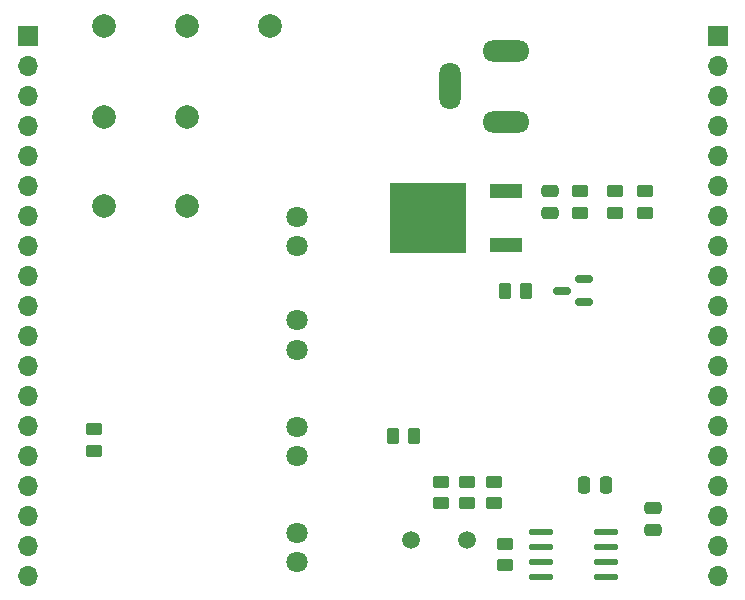
<source format=gbr>
%TF.GenerationSoftware,KiCad,Pcbnew,(6.0.8)*%
%TF.CreationDate,2022-12-08T15:17:31+02:00*%
%TF.ProjectId,Temperature Controller,54656d70-6572-4617-9475-726520436f6e,rev?*%
%TF.SameCoordinates,Original*%
%TF.FileFunction,Soldermask,Top*%
%TF.FilePolarity,Negative*%
%FSLAX46Y46*%
G04 Gerber Fmt 4.6, Leading zero omitted, Abs format (unit mm)*
G04 Created by KiCad (PCBNEW (6.0.8)) date 2022-12-08 15:17:31*
%MOMM*%
%LPD*%
G01*
G04 APERTURE LIST*
G04 Aperture macros list*
%AMRoundRect*
0 Rectangle with rounded corners*
0 $1 Rounding radius*
0 $2 $3 $4 $5 $6 $7 $8 $9 X,Y pos of 4 corners*
0 Add a 4 corners polygon primitive as box body*
4,1,4,$2,$3,$4,$5,$6,$7,$8,$9,$2,$3,0*
0 Add four circle primitives for the rounded corners*
1,1,$1+$1,$2,$3*
1,1,$1+$1,$4,$5*
1,1,$1+$1,$6,$7*
1,1,$1+$1,$8,$9*
0 Add four rect primitives between the rounded corners*
20,1,$1+$1,$2,$3,$4,$5,0*
20,1,$1+$1,$4,$5,$6,$7,0*
20,1,$1+$1,$6,$7,$8,$9,0*
20,1,$1+$1,$8,$9,$2,$3,0*%
G04 Aperture macros list end*
%ADD10RoundRect,0.250000X-0.450000X0.262500X-0.450000X-0.262500X0.450000X-0.262500X0.450000X0.262500X0*%
%ADD11O,4.000000X1.800000*%
%ADD12O,1.800000X4.000000*%
%ADD13R,2.800000X1.300000*%
%ADD14R,6.500000X6.000000*%
%ADD15RoundRect,0.250000X-0.262500X-0.450000X0.262500X-0.450000X0.262500X0.450000X-0.262500X0.450000X0*%
%ADD16C,2.000000*%
%ADD17O,2.045000X0.588000*%
%ADD18C,1.500000*%
%ADD19RoundRect,0.150000X0.587500X0.150000X-0.587500X0.150000X-0.587500X-0.150000X0.587500X-0.150000X0*%
%ADD20RoundRect,0.250000X0.475000X-0.250000X0.475000X0.250000X-0.475000X0.250000X-0.475000X-0.250000X0*%
%ADD21RoundRect,0.250000X0.450000X-0.262500X0.450000X0.262500X-0.450000X0.262500X-0.450000X-0.262500X0*%
%ADD22C,1.800000*%
%ADD23RoundRect,0.250000X-0.475000X0.250000X-0.475000X-0.250000X0.475000X-0.250000X0.475000X0.250000X0*%
%ADD24RoundRect,0.250000X0.262500X0.450000X-0.262500X0.450000X-0.262500X-0.450000X0.262500X-0.450000X0*%
%ADD25RoundRect,0.250000X0.250000X0.475000X-0.250000X0.475000X-0.250000X-0.475000X0.250000X-0.475000X0*%
%ADD26R,1.700000X1.700000*%
%ADD27O,1.700000X1.700000*%
G04 APERTURE END LIST*
D10*
%TO.C,R1*%
X140750000Y-94587500D03*
X140750000Y-96412500D03*
%TD*%
D11*
%TO.C,J5*%
X146266000Y-64134000D03*
X146266000Y-58134000D03*
D12*
X141562000Y-61134000D03*
%TD*%
D13*
%TO.C,Q2*%
X146277123Y-74521124D03*
D14*
X139693123Y-72248124D03*
D13*
X146277123Y-69975124D03*
%TD*%
D15*
%TO.C,R10*%
X146175000Y-78425278D03*
X148000000Y-78425278D03*
%TD*%
D16*
%TO.C,TP5*%
X119250000Y-63750000D03*
%TD*%
D17*
%TO.C,U1*%
X149228000Y-98845000D03*
X149228000Y-100115000D03*
X149228000Y-101385000D03*
X149228000Y-102655000D03*
X154772000Y-102655000D03*
X154772000Y-101385000D03*
X154772000Y-100115000D03*
X154772000Y-98845000D03*
%TD*%
D18*
%TO.C,TP9*%
X143000000Y-99500000D03*
%TD*%
D16*
%TO.C,TP2*%
X119250000Y-55979721D03*
%TD*%
%TO.C,TP7*%
X119250000Y-71250000D03*
%TD*%
D19*
%TO.C,Q1*%
X152852302Y-79370142D03*
X152852302Y-77470142D03*
X150977302Y-78420142D03*
%TD*%
D10*
%TO.C,R7*%
X152500000Y-70000000D03*
X152500000Y-71825000D03*
%TD*%
D20*
%TO.C,C2*%
X158750000Y-98700000D03*
X158750000Y-96800000D03*
%TD*%
D21*
%TO.C,R3*%
X145250000Y-96412500D03*
X145250000Y-94587500D03*
%TD*%
D22*
%TO.C,J4*%
X128556999Y-72179000D03*
X128556999Y-74681000D03*
%TD*%
D21*
%TO.C,R6*%
X111389668Y-91955995D03*
X111389668Y-90130995D03*
%TD*%
D18*
%TO.C,TP8*%
X138250000Y-99500000D03*
%TD*%
D23*
%TO.C,C3*%
X150000000Y-69982500D03*
X150000000Y-71882500D03*
%TD*%
D10*
%TO.C,R8*%
X155500000Y-70000000D03*
X155500000Y-71825000D03*
%TD*%
D16*
%TO.C,TP6*%
X112250000Y-71250000D03*
%TD*%
%TO.C,TP4*%
X112250000Y-63750000D03*
%TD*%
%TO.C,TP1*%
X112250000Y-55979721D03*
%TD*%
D10*
%TO.C,R2*%
X143000000Y-94587500D03*
X143000000Y-96412500D03*
%TD*%
D16*
%TO.C,TP3*%
X126250000Y-56000000D03*
%TD*%
D10*
%TO.C,R5*%
X146175037Y-99837500D03*
X146175037Y-101662500D03*
%TD*%
D21*
%TO.C,R9*%
X158000000Y-71825000D03*
X158000000Y-70000000D03*
%TD*%
D22*
%TO.C,J3*%
X128547000Y-80929000D03*
X128547000Y-83431000D03*
%TD*%
%TO.C,J1*%
X128547000Y-98929000D03*
X128547000Y-101431000D03*
%TD*%
D24*
%TO.C,R4*%
X138500000Y-90752828D03*
X136675000Y-90752828D03*
%TD*%
D25*
%TO.C,C1*%
X154752991Y-94888549D03*
X152852991Y-94888549D03*
%TD*%
D22*
%TO.C,J2*%
X128556999Y-89929000D03*
X128556999Y-92431000D03*
%TD*%
D26*
%TO.C,J7*%
X105780000Y-56830000D03*
D27*
X105780000Y-59370000D03*
X105780000Y-61910000D03*
X105780000Y-64450000D03*
X105780000Y-66990000D03*
X105780000Y-69530000D03*
X105780000Y-72070000D03*
X105780000Y-74610000D03*
X105780000Y-77150000D03*
X105780000Y-79690000D03*
X105780000Y-82230000D03*
X105780000Y-84770000D03*
X105780000Y-87310000D03*
X105780000Y-89850000D03*
X105780000Y-92390000D03*
X105780000Y-94930000D03*
X105780000Y-97470000D03*
X105780000Y-100010000D03*
X105780000Y-102550000D03*
%TD*%
D26*
%TO.C,J6*%
X164200000Y-56830000D03*
D27*
X164200000Y-59370000D03*
X164200000Y-61910000D03*
X164200000Y-64450000D03*
X164200000Y-66990000D03*
X164200000Y-69530000D03*
X164200000Y-72070000D03*
X164200000Y-74610000D03*
X164200000Y-77150000D03*
X164200000Y-79690000D03*
X164200000Y-82230000D03*
X164200000Y-84770000D03*
X164200000Y-87310000D03*
X164200000Y-89850000D03*
X164200000Y-92390000D03*
X164200000Y-94930000D03*
X164200000Y-97470000D03*
X164200000Y-100010000D03*
X164200000Y-102550000D03*
%TD*%
M02*

</source>
